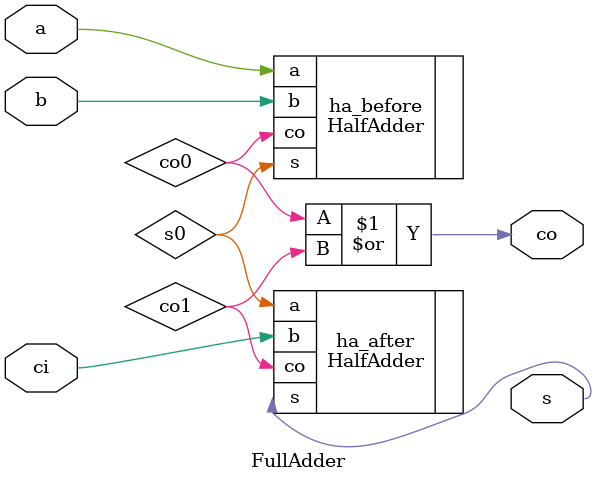
<source format=v>
module FullAdder(
	input a,
	input b,
	input ci,
	output s,
	output co);
	wire s0;
	wire co0;
	wire co1;
	HalfAdder ha_before(.a(a), .b(b), .s(s0), .co(co0));
	HalfAdder ha_after(.a(s0), .b(ci), .s(s), .co(co1));
	assign co = co0 | co1;
endmodule
</source>
